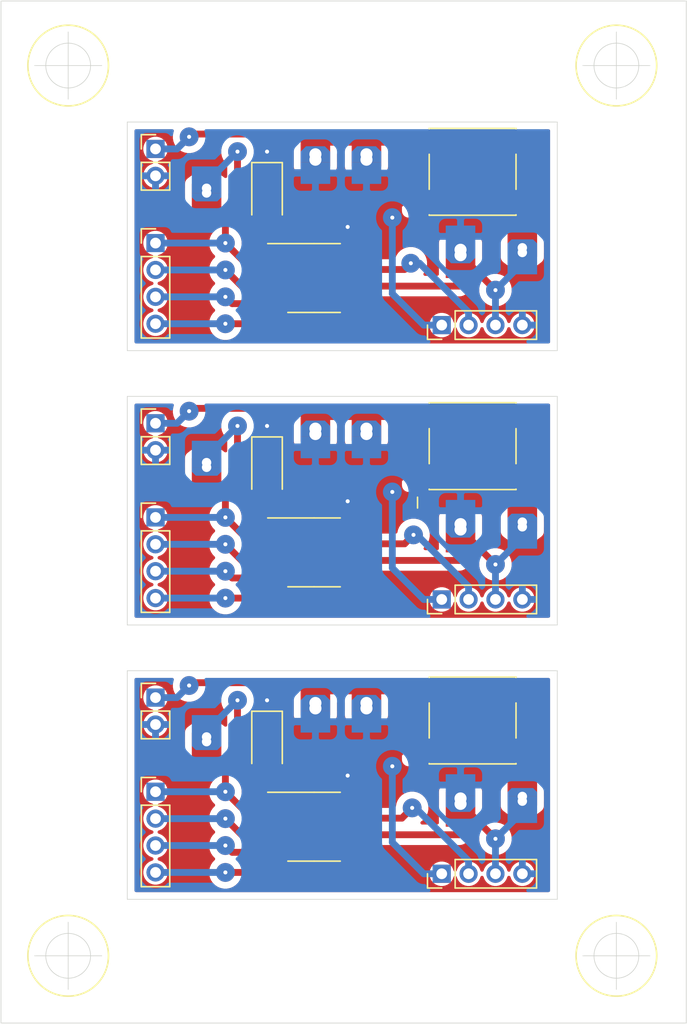
<source format=kicad_pcb>
(kicad_pcb (version 20171130) (host pcbnew "(5.1.5)-3")
  (layers (0 F.Cu signal hide) (31 B.Cu signal hide) (34 B.Paste user hide) (35 F.Paste user hide) (36 B.SilkS user hide) (37 F.SilkS user hide) (38 B.Mask user) (39 F.Mask user) (44 Edge.Cuts user))
  (net 0 "")
  (net 1 RST)
  (net 2 GND)
  (net 3 "Net-(C2-Pad1)")
  (net 4 VCC)
  (net 5 "Net-(J3-Pad4)")
  (net 6 "Net-(J3-Pad3)")
  (net 7 "Net-(J3-Pad2)")
  (net 8 "Net-(J3-Pad1)")
  (net 9 TST)
  (net 10 "Net-(D1-Pad2)")
  (module thSMD:0603_1L (layer F.Cu) (at 128.8 57.525 180)
    (fp_text reference R1)
    (fp_text value 47k)
    (fp_poly (pts (xy 1.1 -0.5) (xy 1.1 -0.2) (xy -1.1 -0.2) (xy -1.1 -0.5) (xy -0.7 -0.8) (xy 0.7 -0.8)) (layer F.Cu) (width 0))
    (fp_poly (pts (xy 1.1 0.5) (xy 0.8 0.8) (xy -0.8 0.8) (xy -1.1 0.5) (xy -1.1 0.2) (xy 1.1 0.2)) (layer B.Cu) (width 0))
    (pad 1 thru_hole circle (at 0 -0.175 180) (size 0.71 0.71) (drill 0.7) (layers *.Cu) (net 4 VCC) (clearance 0.01))
    (pad 1 thru_hole circle (at 0 0.175 180) (size 0.71 0.71) (drill 0.7) (layers *.Cu) (net 4 VCC) (clearance 0.01))
    (pad 2 smd rect (at 0 -0.8 180) (size 2.2 2) (layers B.Cu B.Mask) (net 1 RST))
    (pad 1 smd rect (at 0 0.8 180) (size 2.2 2) (layers F.Cu F.Mask) (net 4 VCC))
  )
  (module thSMD:0603_2L (layer F.Cu) (at 117.2 91.4 180)
    (fp_text reference C2)
    (fp_text value 10uf)
    (fp_poly (pts (xy 1.1 -0.4) (xy 1.1 0.4) (xy 0.7 0.8) (xy -0.7 0.8) (xy -1.1 0.4) (xy -1.1 -0.4)) (layer B.Cu) (width 0))
    (fp_poly (pts (xy 1.1 -0.7) (xy 1.1 0.3) (xy -1.1 0.3) (xy -1.1 -0.7) (xy -0.6 -1.1) (xy 0.6 -1.1)) (layer F.Cu) (width 0))
    (pad 2 smd rect (at 0 -1.2 180) (size 2.2 1.6) (layers B.Cu B.Mask) (net 2 GND) (clearance 0.2))
    (pad 1 smd rect (at 0 1.1 180) (size 2.2 1.6) (layers F.Cu F.Mask) (net 3 "Net-(C2-Pad1)") (clearance 0.2))
    (pad 1 thru_hole circle (at 0 0.2 180) (size 0.91 0.91) (drill 0.9) (layers *.Cu) (net 3 "Net-(C2-Pad1)") (clearance 0.01))
    (pad 1 thru_hole circle (at 0 -0.2 180) (size 0.91 0.91) (drill 0.9) (layers *.Cu) (net 3 "Net-(C2-Pad1)") (clearance 0.01))
  )
  (module Button_Switch_SMD:SW_Push_1P1T_NO_6x6mm_H9.5mm (layer F.Cu) (at 125.1 72.1)
    (fp_text reference SW1)
    (fp_text value SW_Push)
    (pad 2 smd rect (at 3.975 2.25) (size 1.55 1.3) (layers F.Cu F.Paste F.Mask) (net 4 VCC))
    (pad 1 smd rect (at 3.975 -2.25) (size 1.55 1.3) (layers F.Cu F.Paste F.Mask) (net 3 "Net-(C2-Pad1)"))
    (pad 1 smd rect (at -3.975 -2.25) (size 1.55 1.3) (layers F.Cu F.Paste F.Mask) (net 3 "Net-(C2-Pad1)"))
    (pad 2 smd rect (at -3.975 2.25) (size 1.55 1.3) (layers F.Cu F.Paste F.Mask) (net 4 VCC))
  )
  (module thSMD:0603_1L (layer F.Cu) (at 128.8 77.925 180)
    (fp_text reference R1)
    (fp_text value 47k)
    (fp_poly (pts (xy 1.1 0.5) (xy 0.8 0.8) (xy -0.8 0.8) (xy -1.1 0.5) (xy -1.1 0.2) (xy 1.1 0.2)) (layer B.Cu) (width 0))
    (fp_poly (pts (xy 1.1 -0.5) (xy 1.1 -0.2) (xy -1.1 -0.2) (xy -1.1 -0.5) (xy -0.7 -0.8) (xy 0.7 -0.8)) (layer F.Cu) (width 0))
    (pad 1 smd rect (at 0 0.8 180) (size 2.2 2) (layers F.Cu F.Mask) (net 4 VCC))
    (pad 2 smd rect (at 0 -0.8 180) (size 2.2 2) (layers B.Cu B.Mask) (net 1 RST))
    (pad 1 thru_hole circle (at 0 0.175 180) (size 0.71 0.71) (drill 0.7) (layers *.Cu) (net 4 VCC) (clearance 0.01))
    (pad 1 thru_hole circle (at 0 -0.175 180) (size 0.71 0.71) (drill 0.7) (layers *.Cu) (net 4 VCC) (clearance 0.01))
  )
  (module thSMD:0603_2L (layer F.Cu) (at 113.4 71 180)
    (fp_text reference C3)
    (fp_text value 100nf)
    (fp_poly (pts (xy 1.1 -0.7) (xy 1.1 0.3) (xy -1.1 0.3) (xy -1.1 -0.7) (xy -0.6 -1.1) (xy 0.6 -1.1)) (layer F.Cu) (width 0))
    (fp_poly (pts (xy 1.1 -0.4) (xy 1.1 0.4) (xy 0.7 0.8) (xy -0.7 0.8) (xy -1.1 0.4) (xy -1.1 -0.4)) (layer B.Cu) (width 0))
    (pad 1 thru_hole circle (at 0 -0.2 180) (size 0.91 0.91) (drill 0.9) (layers *.Cu) (net 3 "Net-(C2-Pad1)") (clearance 0.01))
    (pad 1 thru_hole circle (at 0 0.2 180) (size 0.91 0.91) (drill 0.9) (layers *.Cu) (net 3 "Net-(C2-Pad1)") (clearance 0.01))
    (pad 1 smd rect (at 0 1.1 180) (size 2.2 1.6) (layers F.Cu F.Mask) (net 3 "Net-(C2-Pad1)") (clearance 0.2))
    (pad 2 smd rect (at 0 -1.2 180) (size 2.2 1.6) (layers B.Cu B.Mask) (net 2 GND) (clearance 0.2))
  )
  (module thSMD:PinHeader_1x02_P2.00mm_Vertical (layer F.Cu) (at 101.5 90.8)
    (fp_text reference J1)
    (fp_text value Power)
    (pad 1 thru_hole rect (at 0 0) (size 1.35 1.35) (drill 0.8) (layers *.Mask B.Cu) (net 3 "Net-(C2-Pad1)"))
    (pad 2 thru_hole oval (at 0 2) (size 1.35 1.35) (drill 0.8) (layers *.Mask B.Cu) (net 2 GND))
  )
  (module thSMD:0603_1L (layer F.Cu) (at 128.8 98.325 180)
    (fp_text reference R1)
    (fp_text value 47k)
    (fp_poly (pts (xy 1.1 -0.5) (xy 1.1 -0.2) (xy -1.1 -0.2) (xy -1.1 -0.5) (xy -0.7 -0.8) (xy 0.7 -0.8)) (layer F.Cu) (width 0))
    (fp_poly (pts (xy 1.1 0.5) (xy 0.8 0.8) (xy -0.8 0.8) (xy -1.1 0.5) (xy -1.1 0.2) (xy 1.1 0.2)) (layer B.Cu) (width 0))
    (pad 1 thru_hole circle (at 0 -0.175 180) (size 0.71 0.71) (drill 0.7) (layers *.Cu) (net 4 VCC) (clearance 0.01))
    (pad 1 thru_hole circle (at 0 0.175 180) (size 0.71 0.71) (drill 0.7) (layers *.Cu) (net 4 VCC) (clearance 0.01))
    (pad 2 smd rect (at 0 -0.8 180) (size 2.2 2) (layers B.Cu B.Mask) (net 1 RST))
    (pad 1 smd rect (at 0 0.8 180) (size 2.2 2) (layers F.Cu F.Mask) (net 4 VCC))
  )
  (module thSMD:PinHeader_1x04_P2.00mm_Vertical_BCu (layer F.Cu) (at 122.8 83.5 90)
    (fp_text reference J2)
    (fp_text value Programmer)
    (pad 1 thru_hole rect (at 0 0 90) (size 1.35 1.35) (drill 0.8) (layers *.Mask B.Cu) (net 4 VCC))
    (pad 2 thru_hole oval (at 0 2 90) (size 1.35 1.35) (drill 0.8) (layers *.Mask B.Cu) (net 9 TST))
    (pad 3 thru_hole oval (at 0 4 90) (size 1.35 1.35) (drill 0.8) (layers *.Mask B.Cu) (net 1 RST))
    (pad 4 thru_hole oval (at 0 6 90) (size 1.35 1.35) (drill 0.8) (layers *.Mask B.Cu) (net 2 GND))
  )
  (module thSMD:PinHeader_1x02_P2.00mm_Vertical (layer F.Cu) (at 101.5 70.4)
    (fp_text reference J1)
    (fp_text value Power)
    (pad 2 thru_hole oval (at 0 2) (size 1.35 1.35) (drill 0.8) (layers *.Mask B.Cu) (net 2 GND))
    (pad 1 thru_hole rect (at 0 0) (size 1.35 1.35) (drill 0.8) (layers *.Mask B.Cu) (net 3 "Net-(C2-Pad1)"))
  )
  (module thSMD:0603_2L (layer F.Cu) (at 124.2 98.5)
    (fp_text reference C1)
    (fp_text value 2.2nf)
    (fp_poly (pts (xy 1.1 -0.4) (xy 1.1 0.4) (xy 0.7 0.8) (xy -0.7 0.8) (xy -1.1 0.4) (xy -1.1 -0.4)) (layer B.Cu) (width 0))
    (fp_poly (pts (xy 1.1 -0.7) (xy 1.1 0.3) (xy -1.1 0.3) (xy -1.1 -0.7) (xy -0.6 -1.1) (xy 0.6 -1.1)) (layer F.Cu) (width 0))
    (pad 2 smd rect (at 0 -1.2) (size 2.2 1.6) (layers B.Cu B.Mask) (net 2 GND) (clearance 0.2))
    (pad 1 smd rect (at 0 1.1) (size 2.2 1.6) (layers F.Cu F.Mask) (net 1 RST) (clearance 0.2))
    (pad 1 thru_hole circle (at 0 0.2) (size 0.91 0.91) (drill 0.9) (layers *.Cu) (net 1 RST) (clearance 0.01))
    (pad 1 thru_hole circle (at 0 -0.2) (size 0.91 0.91) (drill 0.9) (layers *.Cu) (net 1 RST) (clearance 0.01))
  )
  (module LED_SMD:LED_1206_3216Metric (layer F.Cu) (at 109.8 53.3 270)
    (fp_text reference D1)
    (fp_text value LED)
    (pad 1 smd roundrect (at -1.4 0 270) (size 1.25 1.75) (layers F.Cu F.Paste F.Mask) (roundrect_rratio 0.2) (net 2 GND))
    (pad 2 smd roundrect (at 1.4 0 270) (size 1.25 1.75) (layers F.Cu F.Paste F.Mask) (roundrect_rratio 0.2) (net 10 "Net-(D1-Pad2)"))
  )
  (module Package_SO:SOIC-8_3.9x4.9mm_P1.27mm (layer F.Cu) (at 113.3 80)
    (fp_text reference U1)
    (fp_text value MSP430G2230ID)
    (pad 8 smd roundrect (at 2.475 -1.905) (size 1.95 0.6) (layers F.Cu F.Paste F.Mask) (net 2 GND))
    (pad 7 smd roundrect (at 2.475 -0.635) (size 1.95 0.6) (layers F.Cu F.Paste F.Mask) (net 9 TST))
    (pad 6 smd roundrect (at 2.475 0.635) (size 1.95 0.6) (layers F.Cu F.Paste F.Mask) (net 1 RST))
    (pad 5 smd roundrect (at 2.475 1.905) (size 1.95 0.6) (layers F.Cu F.Paste F.Mask) (net 5 "Net-(J3-Pad4)"))
    (pad 4 smd roundrect (at -2.475 1.905) (size 1.95 0.6) (layers F.Cu F.Paste F.Mask) (net 6 "Net-(J3-Pad3)"))
    (pad 3 smd roundrect (at -2.475 0.635) (size 1.95 0.6) (layers F.Cu F.Paste F.Mask) (net 7 "Net-(J3-Pad2)"))
    (pad 2 smd roundrect (at -2.475 -0.635) (size 1.95 0.6) (layers F.Cu F.Paste F.Mask) (net 8 "Net-(J3-Pad1)"))
    (pad 1 smd roundrect (at -2.475 -1.905) (size 1.95 0.6) (layers F.Cu F.Paste F.Mask) (net 4 VCC))
  )
  (module thSMD:0603_2L (layer F.Cu) (at 113.4 91.4 180)
    (fp_text reference C3)
    (fp_text value 100nf)
    (fp_poly (pts (xy 1.1 -0.4) (xy 1.1 0.4) (xy 0.7 0.8) (xy -0.7 0.8) (xy -1.1 0.4) (xy -1.1 -0.4)) (layer B.Cu) (width 0))
    (fp_poly (pts (xy 1.1 -0.7) (xy 1.1 0.3) (xy -1.1 0.3) (xy -1.1 -0.7) (xy -0.6 -1.1) (xy 0.6 -1.1)) (layer F.Cu) (width 0))
    (pad 2 smd rect (at 0 -1.2 180) (size 2.2 1.6) (layers B.Cu B.Mask) (net 2 GND) (clearance 0.2))
    (pad 1 smd rect (at 0 1.1 180) (size 2.2 1.6) (layers F.Cu F.Mask) (net 3 "Net-(C2-Pad1)") (clearance 0.2))
    (pad 1 thru_hole circle (at 0 0.2 180) (size 0.91 0.91) (drill 0.9) (layers *.Cu) (net 3 "Net-(C2-Pad1)") (clearance 0.01))
    (pad 1 thru_hole circle (at 0 -0.2 180) (size 0.91 0.91) (drill 0.9) (layers *.Cu) (net 3 "Net-(C2-Pad1)") (clearance 0.01))
  )
  (module thSMD:PinHeader_1x04_P2.00mm_Vertical_BCu (layer F.Cu) (at 122.8 103.9 90)
    (fp_text reference J2)
    (fp_text value Programmer)
    (pad 4 thru_hole oval (at 0 6 90) (size 1.35 1.35) (drill 0.8) (layers *.Mask B.Cu) (net 2 GND))
    (pad 3 thru_hole oval (at 0 4 90) (size 1.35 1.35) (drill 0.8) (layers *.Mask B.Cu) (net 1 RST))
    (pad 2 thru_hole oval (at 0 2 90) (size 1.35 1.35) (drill 0.8) (layers *.Mask B.Cu) (net 9 TST))
    (pad 1 thru_hole rect (at 0 0 90) (size 1.35 1.35) (drill 0.8) (layers *.Mask B.Cu) (net 4 VCC))
  )
  (module Package_SO:SOIC-8_3.9x4.9mm_P1.27mm (layer F.Cu) (at 113.3 100.4)
    (fp_text reference U1)
    (fp_text value MSP430G2230ID)
    (pad 1 smd roundrect (at -2.475 -1.905) (size 1.95 0.6) (layers F.Cu F.Paste F.Mask) (net 4 VCC))
    (pad 2 smd roundrect (at -2.475 -0.635) (size 1.95 0.6) (layers F.Cu F.Paste F.Mask) (net 8 "Net-(J3-Pad1)"))
    (pad 3 smd roundrect (at -2.475 0.635) (size 1.95 0.6) (layers F.Cu F.Paste F.Mask) (net 7 "Net-(J3-Pad2)"))
    (pad 4 smd roundrect (at -2.475 1.905) (size 1.95 0.6) (layers F.Cu F.Paste F.Mask) (net 6 "Net-(J3-Pad3)"))
    (pad 5 smd roundrect (at 2.475 1.905) (size 1.95 0.6) (layers F.Cu F.Paste F.Mask) (net 5 "Net-(J3-Pad4)"))
    (pad 6 smd roundrect (at 2.475 0.635) (size 1.95 0.6) (layers F.Cu F.Paste F.Mask) (net 1 RST))
    (pad 7 smd roundrect (at 2.475 -0.635) (size 1.95 0.6) (layers F.Cu F.Paste F.Mask) (net 9 TST))
    (pad 8 smd roundrect (at 2.475 -1.905) (size 1.95 0.6) (layers F.Cu F.Paste F.Mask) (net 2 GND))
  )
  (module thSMD:PinHeader_1x04_P2.00mm_Vertical_BCu (layer F.Cu) (at 101.5 97.8)
    (fp_text reference J3)
    (fp_text value GPIO)
    (pad 1 thru_hole rect (at 0 0) (size 1.35 1.35) (drill 0.8) (layers *.Mask B.Cu) (net 8 "Net-(J3-Pad1)"))
    (pad 2 thru_hole oval (at 0 2) (size 1.35 1.35) (drill 0.8) (layers *.Mask B.Cu) (net 7 "Net-(J3-Pad2)"))
    (pad 3 thru_hole oval (at 0 4) (size 1.35 1.35) (drill 0.8) (layers *.Mask B.Cu) (net 6 "Net-(J3-Pad3)"))
    (pad 4 thru_hole oval (at 0 6) (size 1.35 1.35) (drill 0.8) (layers *.Mask B.Cu) (net 5 "Net-(J3-Pad4)"))
  )
  (module LED_SMD:LED_1206_3216Metric (layer F.Cu) (at 109.8 94.1 270)
    (fp_text reference D1)
    (fp_text value LED)
    (pad 1 smd roundrect (at -1.4 0 270) (size 1.25 1.75) (layers F.Cu F.Paste F.Mask) (roundrect_rratio 0.2) (net 2 GND))
    (pad 2 smd roundrect (at 1.4 0 270) (size 1.25 1.75) (layers F.Cu F.Paste F.Mask) (roundrect_rratio 0.2) (net 10 "Net-(D1-Pad2)"))
  )
  (module thSMD:0603_1L (layer F.Cu) (at 105.3 53.1)
    (fp_text reference R2)
    (fp_text value 220)
    (fp_poly (pts (xy 1.1 0.5) (xy 0.8 0.8) (xy -0.8 0.8) (xy -1.1 0.5) (xy -1.1 0.2) (xy 1.1 0.2)) (layer B.Cu) (width 0))
    (fp_poly (pts (xy 1.1 -0.5) (xy 1.1 -0.2) (xy -1.1 -0.2) (xy -1.1 -0.5) (xy -0.7 -0.8) (xy 0.7 -0.8)) (layer F.Cu) (width 0))
    (pad 1 smd rect (at 0 0.8) (size 2.2 2) (layers F.Cu F.Mask) (net 8 "Net-(J3-Pad1)"))
    (pad 2 smd rect (at 0 -0.8) (size 2.2 2) (layers B.Cu B.Mask) (net 10 "Net-(D1-Pad2)"))
    (pad 1 thru_hole circle (at 0 0.175) (size 0.71 0.71) (drill 0.7) (layers *.Cu) (net 8 "Net-(J3-Pad1)") (clearance 0.01))
    (pad 1 thru_hole circle (at 0 -0.175) (size 0.71 0.71) (drill 0.7) (layers *.Cu) (net 8 "Net-(J3-Pad1)") (clearance 0.01))
  )
  (module thSMD:0603_1L (layer F.Cu) (at 105.3 93.9)
    (fp_text reference R2)
    (fp_text value 220)
    (fp_poly (pts (xy 1.1 0.5) (xy 0.8 0.8) (xy -0.8 0.8) (xy -1.1 0.5) (xy -1.1 0.2) (xy 1.1 0.2)) (layer B.Cu) (width 0))
    (fp_poly (pts (xy 1.1 -0.5) (xy 1.1 -0.2) (xy -1.1 -0.2) (xy -1.1 -0.5) (xy -0.7 -0.8) (xy 0.7 -0.8)) (layer F.Cu) (width 0))
    (pad 1 smd rect (at 0 0.8) (size 2.2 2) (layers F.Cu F.Mask) (net 8 "Net-(J3-Pad1)"))
    (pad 2 smd rect (at 0 -0.8) (size 2.2 2) (layers B.Cu B.Mask) (net 10 "Net-(D1-Pad2)"))
    (pad 1 thru_hole circle (at 0 0.175) (size 0.71 0.71) (drill 0.7) (layers *.Cu) (net 8 "Net-(J3-Pad1)") (clearance 0.01))
    (pad 1 thru_hole circle (at 0 -0.175) (size 0.71 0.71) (drill 0.7) (layers *.Cu) (net 8 "Net-(J3-Pad1)") (clearance 0.01))
  )
  (module Package_SO:SOIC-8_3.9x4.9mm_P1.27mm (layer F.Cu) (at 113.3 59.6)
    (fp_text reference U1)
    (fp_text value MSP430G2230ID)
    (pad 1 smd roundrect (at -2.475 -1.905) (size 1.95 0.6) (layers F.Cu F.Paste F.Mask) (net 4 VCC))
    (pad 2 smd roundrect (at -2.475 -0.635) (size 1.95 0.6) (layers F.Cu F.Paste F.Mask) (net 8 "Net-(J3-Pad1)"))
    (pad 3 smd roundrect (at -2.475 0.635) (size 1.95 0.6) (layers F.Cu F.Paste F.Mask) (net 7 "Net-(J3-Pad2)"))
    (pad 4 smd roundrect (at -2.475 1.905) (size 1.95 0.6) (layers F.Cu F.Paste F.Mask) (net 6 "Net-(J3-Pad3)"))
    (pad 5 smd roundrect (at 2.475 1.905) (size 1.95 0.6) (layers F.Cu F.Paste F.Mask) (net 5 "Net-(J3-Pad4)"))
    (pad 6 smd roundrect (at 2.475 0.635) (size 1.95 0.6) (layers F.Cu F.Paste F.Mask) (net 1 RST))
    (pad 7 smd roundrect (at 2.475 -0.635) (size 1.95 0.6) (layers F.Cu F.Paste F.Mask) (net 9 TST))
    (pad 8 smd roundrect (at 2.475 -1.905) (size 1.95 0.6) (layers F.Cu F.Paste F.Mask) (net 2 GND))
  )
  (module thSMD:0603_2L (layer F.Cu) (at 117.2 50.6 180)
    (fp_text reference C2)
    (fp_text value 10uf)
    (fp_poly (pts (xy 1.1 -0.4) (xy 1.1 0.4) (xy 0.7 0.8) (xy -0.7 0.8) (xy -1.1 0.4) (xy -1.1 -0.4)) (layer B.Cu) (width 0))
    (fp_poly (pts (xy 1.1 -0.7) (xy 1.1 0.3) (xy -1.1 0.3) (xy -1.1 -0.7) (xy -0.6 -1.1) (xy 0.6 -1.1)) (layer F.Cu) (width 0))
    (pad 2 smd rect (at 0 -1.2 180) (size 2.2 1.6) (layers B.Cu B.Mask) (net 2 GND) (clearance 0.2))
    (pad 1 smd rect (at 0 1.1 180) (size 2.2 1.6) (layers F.Cu F.Mask) (net 3 "Net-(C2-Pad1)") (clearance 0.2))
    (pad 1 thru_hole circle (at 0 0.2 180) (size 0.91 0.91) (drill 0.9) (layers *.Cu) (net 3 "Net-(C2-Pad1)") (clearance 0.01))
    (pad 1 thru_hole circle (at 0 -0.2 180) (size 0.91 0.91) (drill 0.9) (layers *.Cu) (net 3 "Net-(C2-Pad1)") (clearance 0.01))
  )
  (module Button_Switch_SMD:SW_Push_1P1T_NO_6x6mm_H9.5mm (layer F.Cu) (at 125.1 92.5)
    (fp_text reference SW1)
    (fp_text value SW_Push)
    (pad 2 smd rect (at -3.975 2.25) (size 1.55 1.3) (layers F.Cu F.Paste F.Mask) (net 4 VCC))
    (pad 1 smd rect (at -3.975 -2.25) (size 1.55 1.3) (layers F.Cu F.Paste F.Mask) (net 3 "Net-(C2-Pad1)"))
    (pad 1 smd rect (at 3.975 -2.25) (size 1.55 1.3) (layers F.Cu F.Paste F.Mask) (net 3 "Net-(C2-Pad1)"))
    (pad 2 smd rect (at 3.975 2.25) (size 1.55 1.3) (layers F.Cu F.Paste F.Mask) (net 4 VCC))
  )
  (module thSMD:PinHeader_1x02_P2.00mm_Vertical (layer F.Cu) (at 101.5 50)
    (fp_text reference J1)
    (fp_text value Power)
    (pad 1 thru_hole rect (at 0 0) (size 1.35 1.35) (drill 0.8) (layers *.Mask B.Cu) (net 3 "Net-(C2-Pad1)"))
    (pad 2 thru_hole oval (at 0 2) (size 1.35 1.35) (drill 0.8) (layers *.Mask B.Cu) (net 2 GND))
  )
  (module thSMD:PinHeader_1x04_P2.00mm_Vertical_BCu (layer F.Cu) (at 122.8 63.1 90)
    (fp_text reference J2)
    (fp_text value Programmer)
    (pad 4 thru_hole oval (at 0 6 90) (size 1.35 1.35) (drill 0.8) (layers *.Mask B.Cu) (net 2 GND))
    (pad 3 thru_hole oval (at 0 4 90) (size 1.35 1.35) (drill 0.8) (layers *.Mask B.Cu) (net 1 RST))
    (pad 2 thru_hole oval (at 0 2 90) (size 1.35 1.35) (drill 0.8) (layers *.Mask B.Cu) (net 9 TST))
    (pad 1 thru_hole rect (at 0 0 90) (size 1.35 1.35) (drill 0.8) (layers *.Mask B.Cu) (net 4 VCC))
  )
  (module thSMD:0603_2L (layer F.Cu) (at 124.2 57.7)
    (fp_text reference C1)
    (fp_text value 2.2nf)
    (fp_poly (pts (xy 1.1 -0.4) (xy 1.1 0.4) (xy 0.7 0.8) (xy -0.7 0.8) (xy -1.1 0.4) (xy -1.1 -0.4)) (layer B.Cu) (width 0))
    (fp_poly (pts (xy 1.1 -0.7) (xy 1.1 0.3) (xy -1.1 0.3) (xy -1.1 -0.7) (xy -0.6 -1.1) (xy 0.6 -1.1)) (layer F.Cu) (width 0))
    (pad 2 smd rect (at 0 -1.2) (size 2.2 1.6) (layers B.Cu B.Mask) (net 2 GND) (clearance 0.2))
    (pad 1 smd rect (at 0 1.1) (size 2.2 1.6) (layers F.Cu F.Mask) (net 1 RST) (clearance 0.2))
    (pad 1 thru_hole circle (at 0 0.2) (size 0.91 0.91) (drill 0.9) (layers *.Cu) (net 1 RST) (clearance 0.01))
    (pad 1 thru_hole circle (at 0 -0.2) (size 0.91 0.91) (drill 0.9) (layers *.Cu) (net 1 RST) (clearance 0.01))
  )
  (module thSMD:PinHeader_1x04_P2.00mm_Vertical_BCu (layer F.Cu) (at 101.5 57)
    (fp_text reference J3)
    (fp_text value GPIO)
    (pad 1 thru_hole rect (at 0 0) (size 1.35 1.35) (drill 0.8) (layers *.Mask B.Cu) (net 8 "Net-(J3-Pad1)"))
    (pad 2 thru_hole oval (at 0 2) (size 1.35 1.35) (drill 0.8) (layers *.Mask B.Cu) (net 7 "Net-(J3-Pad2)"))
    (pad 3 thru_hole oval (at 0 4) (size 1.35 1.35) (drill 0.8) (layers *.Mask B.Cu) (net 6 "Net-(J3-Pad3)"))
    (pad 4 thru_hole oval (at 0 6) (size 1.35 1.35) (drill 0.8) (layers *.Mask B.Cu) (net 5 "Net-(J3-Pad4)"))
  )
  (module thSMD:0603_2L (layer F.Cu) (at 113.4 50.6 180)
    (fp_text reference C3)
    (fp_text value 100nf)
    (fp_poly (pts (xy 1.1 -0.4) (xy 1.1 0.4) (xy 0.7 0.8) (xy -0.7 0.8) (xy -1.1 0.4) (xy -1.1 -0.4)) (layer B.Cu) (width 0))
    (fp_poly (pts (xy 1.1 -0.7) (xy 1.1 0.3) (xy -1.1 0.3) (xy -1.1 -0.7) (xy -0.6 -1.1) (xy 0.6 -1.1)) (layer F.Cu) (width 0))
    (pad 2 smd rect (at 0 -1.2 180) (size 2.2 1.6) (layers B.Cu B.Mask) (net 2 GND) (clearance 0.2))
    (pad 1 smd rect (at 0 1.1 180) (size 2.2 1.6) (layers F.Cu F.Mask) (net 3 "Net-(C2-Pad1)") (clearance 0.2))
    (pad 1 thru_hole circle (at 0 0.2 180) (size 0.91 0.91) (drill 0.9) (layers *.Cu) (net 3 "Net-(C2-Pad1)") (clearance 0.01))
    (pad 1 thru_hole circle (at 0 -0.2 180) (size 0.91 0.91) (drill 0.9) (layers *.Cu) (net 3 "Net-(C2-Pad1)") (clearance 0.01))
  )
  (module Button_Switch_SMD:SW_Push_1P1T_NO_6x6mm_H9.5mm (layer F.Cu) (at 125.1 51.7)
    (fp_text reference SW1)
    (fp_text value SW_Push)
    (pad 2 smd rect (at -3.975 2.25) (size 1.55 1.3) (layers F.Cu F.Paste F.Mask) (net 4 VCC))
    (pad 1 smd rect (at -3.975 -2.25) (size 1.55 1.3) (layers F.Cu F.Paste F.Mask) (net 3 "Net-(C2-Pad1)"))
    (pad 1 smd rect (at 3.975 -2.25) (size 1.55 1.3) (layers F.Cu F.Paste F.Mask) (net 3 "Net-(C2-Pad1)"))
    (pad 2 smd rect (at 3.975 2.25) (size 1.55 1.3) (layers F.Cu F.Paste F.Mask) (net 4 VCC))
  )
  (module thSMD:PinHeader_1x04_P2.00mm_Vertical_BCu (layer F.Cu) (at 101.5 77.4)
    (fp_text reference J3)
    (fp_text value GPIO)
    (pad 4 thru_hole oval (at 0 6) (size 1.35 1.35) (drill 0.8) (layers *.Mask B.Cu) (net 5 "Net-(J3-Pad4)"))
    (pad 3 thru_hole oval (at 0 4) (size 1.35 1.35) (drill 0.8) (layers *.Mask B.Cu) (net 6 "Net-(J3-Pad3)"))
    (pad 2 thru_hole oval (at 0 2) (size 1.35 1.35) (drill 0.8) (layers *.Mask B.Cu) (net 7 "Net-(J3-Pad2)"))
    (pad 1 thru_hole rect (at 0 0) (size 1.35 1.35) (drill 0.8) (layers *.Mask B.Cu) (net 8 "Net-(J3-Pad1)"))
  )
  (module thSMD:0603_2L (layer F.Cu) (at 117.2 71 180)
    (fp_text reference C2)
    (fp_text value 10uf)
    (fp_poly (pts (xy 1.1 -0.7) (xy 1.1 0.3) (xy -1.1 0.3) (xy -1.1 -0.7) (xy -0.6 -1.1) (xy 0.6 -1.1)) (layer F.Cu) (width 0))
    (fp_poly (pts (xy 1.1 -0.4) (xy 1.1 0.4) (xy 0.7 0.8) (xy -0.7 0.8) (xy -1.1 0.4) (xy -1.1 -0.4)) (layer B.Cu) (width 0))
    (pad 1 thru_hole circle (at 0 -0.2 180) (size 0.91 0.91) (drill 0.9) (layers *.Cu) (net 3 "Net-(C2-Pad1)") (clearance 0.01))
    (pad 1 thru_hole circle (at 0 0.2 180) (size 0.91 0.91) (drill 0.9) (layers *.Cu) (net 3 "Net-(C2-Pad1)") (clearance 0.01))
    (pad 1 smd rect (at 0 1.1 180) (size 2.2 1.6) (layers F.Cu F.Mask) (net 3 "Net-(C2-Pad1)") (clearance 0.2))
    (pad 2 smd rect (at 0 -1.2 180) (size 2.2 1.6) (layers B.Cu B.Mask) (net 2 GND) (clearance 0.2))
  )
  (module thSMD:0603_1L (layer F.Cu) (at 105.3 73.5)
    (fp_text reference R2)
    (fp_text value 220)
    (fp_poly (pts (xy 1.1 -0.5) (xy 1.1 -0.2) (xy -1.1 -0.2) (xy -1.1 -0.5) (xy -0.7 -0.8) (xy 0.7 -0.8)) (layer F.Cu) (width 0))
    (fp_poly (pts (xy 1.1 0.5) (xy 0.8 0.8) (xy -0.8 0.8) (xy -1.1 0.5) (xy -1.1 0.2) (xy 1.1 0.2)) (layer B.Cu) (width 0))
    (pad 1 thru_hole circle (at 0 -0.175) (size 0.71 0.71) (drill 0.7) (layers *.Cu) (net 8 "Net-(J3-Pad1)") (clearance 0.01))
    (pad 1 thru_hole circle (at 0 0.175) (size 0.71 0.71) (drill 0.7) (layers *.Cu) (net 8 "Net-(J3-Pad1)") (clearance 0.01))
    (pad 2 smd rect (at 0 -0.8) (size 2.2 2) (layers B.Cu B.Mask) (net 10 "Net-(D1-Pad2)"))
    (pad 1 smd rect (at 0 0.8) (size 2.2 2) (layers F.Cu F.Mask) (net 8 "Net-(J3-Pad1)"))
  )
  (module LED_SMD:LED_1206_3216Metric (layer F.Cu) (at 109.8 73.7 270)
    (fp_text reference D1)
    (fp_text value LED)
    (pad 2 smd roundrect (at 1.4 0 270) (size 1.25 1.75) (layers F.Cu F.Paste F.Mask) (roundrect_rratio 0.2) (net 10 "Net-(D1-Pad2)"))
    (pad 1 smd roundrect (at -1.4 0 270) (size 1.25 1.75) (layers F.Cu F.Paste F.Mask) (roundrect_rratio 0.2) (net 2 GND))
  )
  (module thSMD:0603_2L (layer F.Cu) (at 124.2 78.1)
    (fp_text reference C1)
    (fp_text value 2.2nf)
    (fp_poly (pts (xy 1.1 -0.7) (xy 1.1 0.3) (xy -1.1 0.3) (xy -1.1 -0.7) (xy -0.6 -1.1) (xy 0.6 -1.1)) (layer F.Cu) (width 0))
    (fp_poly (pts (xy 1.1 -0.4) (xy 1.1 0.4) (xy 0.7 0.8) (xy -0.7 0.8) (xy -1.1 0.4) (xy -1.1 -0.4)) (layer B.Cu) (width 0))
    (pad 1 thru_hole circle (at 0 -0.2) (size 0.91 0.91) (drill 0.9) (layers *.Cu) (net 1 RST) (clearance 0.01))
    (pad 1 thru_hole circle (at 0 0.2) (size 0.91 0.91) (drill 0.9) (layers *.Cu) (net 1 RST) (clearance 0.01))
    (pad 1 smd rect (at 0 1.1) (size 2.2 1.6) (layers F.Cu F.Mask) (net 1 RST) (clearance 0.2))
    (pad 2 smd rect (at 0 -1.2) (size 2.2 1.6) (layers B.Cu B.Mask) (net 2 GND) (clearance 0.2))
  )
  (gr_line (start 131.4 65) (end 99.4 65) (layer Edge.Cuts) (width 0.05))
  (gr_line (start 99.4 68.4) (end 131.4 68.4) (layer Edge.Cuts) (width 0.05))
  (gr_line (start 99.4 65) (end 99.4 48) (layer Edge.Cuts) (width 0.05))
  (gr_line (start 131.4 88.8) (end 131.4 105.8) (layer Edge.Cuts) (width 0.05))
  (gr_line (start 99.4 88.8) (end 131.4 88.8) (layer Edge.Cuts) (width 0.05))
  (gr_line (start 99.4 48) (end 131.4 48) (layer Edge.Cuts) (width 0.05))
  (gr_line (start 131.4 68.4) (end 131.4 85.4) (layer Edge.Cuts) (width 0.05))
  (gr_line (start 131.4 85.4) (end 99.4 85.4) (layer Edge.Cuts) (width 0.05))
  (gr_line (start 131.4 48) (end 131.4 65) (layer Edge.Cuts) (width 0.05))
  (gr_line (start 131.4 105.8) (end 99.4 105.8) (layer Edge.Cuts) (width 0.05))
  (gr_line (start 99.4 105.8) (end 99.4 88.8) (layer Edge.Cuts) (width 0.05))
  (gr_line (start 99.4 85.4) (end 99.4 68.4) (layer Edge.Cuts) (width 0.05))
  (gr_line (start 121 76.7) (end 121 75.9) (layer F.SilkS) (width 0.12))
  (target plus (at 95 110) (size 5) (width 0.05) (layer Edge.Cuts))
  (target plus (at 135.8 110) (size 5) (width 0.05) (layer Edge.Cuts))
  (target plus (at 135.8 43.8) (size 5) (width 0.05) (layer Edge.Cuts))
  (target plus (at 95 43.8) (size 5) (width 0.05) (layer Edge.Cuts))
  (gr_line (start 141 115) (end 90 115) (layer Edge.Cuts) (width 0.05))
  (gr_line (start 141 39) (end 141 115) (layer Edge.Cuts) (width 0.05))
  (gr_line (start 90 39) (end 141 39) (layer Edge.Cuts) (width 0.05))
  (gr_line (start 90 115) (end 90 39) (layer Edge.Cuts) (width 0.05))
  (gr_circle (center 95 110) (end 98 110) (layer F.SilkS) (width 0.12))
  (gr_circle (center 135.8 110) (end 138.8 110) (layer F.SilkS) (width 0.12))
  (gr_circle (center 135.8 43.8) (end 138.8 43.8) (layer F.SilkS) (width 0.12))
  (gr_circle (center 95 43.8) (end 98 43.8) (layer F.SilkS) (width 0.12))
  (segment (start 128.736999 78.963001) (end 128.8 78.963001) (width 0.508) (layer B.Cu) (net 1))
  (segment (start 126.8 80.9) (end 128.736999 78.963001) (width 0.508) (layer B.Cu) (net 1))
  (segment (start 126.8 80.9) (end 126.8 83.5) (width 0.508) (layer B.Cu) (net 1))
  (via (at 126.8 80.9) (size 1.4) (drill 0.3) (layers F.Cu B.Cu) (net 1))
  (segment (start 124.9 79) (end 126.8 80.9) (width 0.508) (layer F.Cu) (net 1))
  (segment (start 115.81 80.6) (end 124.108 80.6) (width 0.508) (layer F.Cu) (net 1))
  (segment (start 115.775 80.635) (end 115.81 80.6) (width 0.508) (layer F.Cu) (net 1))
  (segment (start 124.2 80.508) (end 124.2 79) (width 0.508) (layer F.Cu) (net 1))
  (segment (start 124.2 79) (end 124.9 79) (width 0.508) (layer F.Cu) (net 1))
  (segment (start 124.108 80.6) (end 124.2 80.508) (width 0.508) (layer F.Cu) (net 1))
  (segment (start 128.736999 58.563001) (end 128.8 58.563001) (width 0.508) (layer B.Cu) (net 1))
  (segment (start 115.775 60.235) (end 115.81 60.2) (width 0.508) (layer F.Cu) (net 1))
  (segment (start 124.9 58.6) (end 126.8 60.5) (width 0.508) (layer F.Cu) (net 1))
  (segment (start 124.2 60.108) (end 124.2 58.6) (width 0.508) (layer F.Cu) (net 1))
  (segment (start 124.2 58.6) (end 124.9 58.6) (width 0.508) (layer F.Cu) (net 1))
  (segment (start 115.81 60.2) (end 124.108 60.2) (width 0.508) (layer F.Cu) (net 1))
  (segment (start 124.108 60.2) (end 124.2 60.108) (width 0.508) (layer F.Cu) (net 1))
  (segment (start 126.8 60.5) (end 128.736999 58.563001) (width 0.508) (layer B.Cu) (net 1))
  (segment (start 126.8 60.5) (end 126.8 63.1) (width 0.508) (layer B.Cu) (net 1))
  (via (at 126.8 60.5) (size 1.4) (drill 0.3) (layers F.Cu B.Cu) (net 1))
  (segment (start 128.736999 99.363001) (end 128.8 99.363001) (width 0.508) (layer B.Cu) (net 1))
  (segment (start 126.8 101.3) (end 128.736999 99.363001) (width 0.508) (layer B.Cu) (net 1))
  (segment (start 126.8 101.3) (end 126.8 103.9) (width 0.508) (layer B.Cu) (net 1))
  (via (at 126.8 101.3) (size 1.4) (drill 0.3) (layers F.Cu B.Cu) (net 1))
  (segment (start 124.9 99.4) (end 126.8 101.3) (width 0.508) (layer F.Cu) (net 1))
  (segment (start 124.2 99.4) (end 124.9 99.4) (width 0.508) (layer F.Cu) (net 1))
  (segment (start 115.775 101.035) (end 115.81 101) (width 0.508) (layer F.Cu) (net 1))
  (segment (start 124.108 101) (end 124.2 100.908) (width 0.508) (layer F.Cu) (net 1))
  (segment (start 115.81 101) (end 124.108 101) (width 0.508) (layer F.Cu) (net 1))
  (segment (start 124.2 100.908) (end 124.2 99.4) (width 0.508) (layer F.Cu) (net 1))
  (segment (start 115.775 78.095) (end 115.775 76.225) (width 0.508) (layer F.Cu) (net 2))
  (segment (start 109.8 70.6) (end 111.363001 72.163001) (width 0.508) (layer B.Cu) (net 2))
  (segment (start 111.363001 72.163001) (end 113.4 72.163001) (width 0.508) (layer B.Cu) (net 2))
  (segment (start 113.4 72.2) (end 117.2 72.2) (width 0.508) (layer B.Cu) (net 2))
  (segment (start 115.775 76.225) (end 115.8 76.2) (width 0.508) (layer F.Cu) (net 2))
  (segment (start 109.8 72.3) (end 109.8 70.6) (width 0.508) (layer F.Cu) (net 2))
  (via (at 115.8 76.2) (size 1.4) (drill 0.3) (layers F.Cu B.Cu) (net 2))
  (via (at 109.8 70.6) (size 1.4) (drill 0.3) (layers F.Cu B.Cu) (net 2))
  (segment (start 113.4 51.8) (end 117.2 51.8) (width 0.508) (layer B.Cu) (net 2))
  (segment (start 115.775 55.825) (end 115.8 55.8) (width 0.508) (layer F.Cu) (net 2))
  (segment (start 109.8 51.9) (end 109.8 50.2) (width 0.508) (layer F.Cu) (net 2))
  (segment (start 115.775 57.695) (end 115.775 55.825) (width 0.508) (layer F.Cu) (net 2))
  (segment (start 109.8 50.2) (end 111.363001 51.763001) (width 0.508) (layer B.Cu) (net 2))
  (segment (start 111.363001 51.763001) (end 113.4 51.763001) (width 0.508) (layer B.Cu) (net 2))
  (via (at 115.8 55.8) (size 1.4) (drill 0.3) (layers F.Cu B.Cu) (net 2))
  (via (at 109.8 50.2) (size 1.4) (drill 0.3) (layers F.Cu B.Cu) (net 2))
  (segment (start 113.4 92.6) (end 117.2 92.6) (width 0.508) (layer B.Cu) (net 2))
  (segment (start 109.8 91) (end 111.363001 92.563001) (width 0.508) (layer B.Cu) (net 2))
  (segment (start 111.363001 92.563001) (end 113.4 92.563001) (width 0.508) (layer B.Cu) (net 2))
  (via (at 115.8 96.6) (size 1.4) (drill 0.3) (layers F.Cu B.Cu) (net 2))
  (via (at 109.8 91) (size 1.4) (drill 0.3) (layers F.Cu B.Cu) (net 2))
  (segment (start 109.8 92.7) (end 109.8 91) (width 0.508) (layer F.Cu) (net 2))
  (segment (start 115.775 96.625) (end 115.8 96.6) (width 0.508) (layer F.Cu) (net 2))
  (segment (start 115.775 98.495) (end 115.775 96.625) (width 0.508) (layer F.Cu) (net 2))
  (segment (start 103.100002 70.4) (end 104.000002 69.5) (width 0.508) (layer B.Cu) (net 3))
  (segment (start 117.2 69.9) (end 121.075 69.9) (width 0.508) (layer F.Cu) (net 3))
  (segment (start 113.4 70.1) (end 112.591998 69.291998) (width 0.508) (layer F.Cu) (net 3))
  (segment (start 101.5 70.4) (end 103.100002 70.4) (width 0.508) (layer B.Cu) (net 3))
  (segment (start 113.4 69.9) (end 117.2 69.9) (width 0.508) (layer F.Cu) (net 3))
  (segment (start 121.075 69.9) (end 121.125 69.85) (width 0.508) (layer F.Cu) (net 3))
  (segment (start 112.591998 69.291998) (end 104.208004 69.291998) (width 0.508) (layer F.Cu) (net 3))
  (segment (start 104.208004 69.291998) (end 104.000002 69.5) (width 0.508) (layer F.Cu) (net 3))
  (via (at 104.000002 69.5) (size 1.4) (drill 0.3) (layers F.Cu B.Cu) (net 3))
  (segment (start 103.100002 50) (end 104.000002 49.1) (width 0.508) (layer B.Cu) (net 3))
  (segment (start 101.5 50) (end 103.100002 50) (width 0.508) (layer B.Cu) (net 3))
  (segment (start 113.4 49.7) (end 112.591998 48.891998) (width 0.508) (layer F.Cu) (net 3))
  (segment (start 104.208004 48.891998) (end 104.000002 49.1) (width 0.508) (layer F.Cu) (net 3))
  (segment (start 113.4 49.5) (end 117.2 49.5) (width 0.508) (layer F.Cu) (net 3))
  (segment (start 121.075 49.5) (end 121.125 49.45) (width 0.508) (layer F.Cu) (net 3))
  (segment (start 112.591998 48.891998) (end 104.208004 48.891998) (width 0.508) (layer F.Cu) (net 3))
  (segment (start 117.2 49.5) (end 121.075 49.5) (width 0.508) (layer F.Cu) (net 3))
  (via (at 104.000002 49.1) (size 1.4) (drill 0.3) (layers F.Cu B.Cu) (net 3))
  (segment (start 103.100002 90.8) (end 104.000002 89.9) (width 0.508) (layer B.Cu) (net 3))
  (segment (start 101.5 90.8) (end 103.100002 90.8) (width 0.508) (layer B.Cu) (net 3))
  (via (at 104.000002 89.9) (size 1.4) (drill 0.3) (layers F.Cu B.Cu) (net 3))
  (segment (start 117.2 90.3) (end 121.075 90.3) (width 0.508) (layer F.Cu) (net 3))
  (segment (start 113.4 90.5) (end 112.591998 89.691998) (width 0.508) (layer F.Cu) (net 3))
  (segment (start 112.591998 89.691998) (end 104.208004 89.691998) (width 0.508) (layer F.Cu) (net 3))
  (segment (start 113.4 90.3) (end 117.2 90.3) (width 0.508) (layer F.Cu) (net 3))
  (segment (start 121.075 90.3) (end 121.125 90.25) (width 0.508) (layer F.Cu) (net 3))
  (segment (start 104.208004 89.691998) (end 104.000002 89.9) (width 0.508) (layer F.Cu) (net 3))
  (segment (start 129.075 76.85) (end 128.8 77.125) (width 0.508) (layer F.Cu) (net 4))
  (segment (start 129.075 74.35) (end 129.075 76.85) (width 0.508) (layer F.Cu) (net 4))
  (segment (start 122.8 83.5) (end 121.460156 83.5) (width 0.508) (layer B.Cu) (net 4))
  (segment (start 129.075 77.35) (end 128.8 77.625) (width 0.508) (layer F.Cu) (net 4))
  (segment (start 121.125 74.35) (end 115.35 74.35) (width 0.508) (layer F.Cu) (net 4))
  (segment (start 121.125 74.35) (end 119.842 74.35) (width 0.508) (layer F.Cu) (net 4))
  (segment (start 119.842 74.35) (end 119.123239 75.068761) (width 0.508) (layer F.Cu) (net 4))
  (segment (start 119.123239 75.068761) (end 119.123239 75.507096) (width 0.508) (layer F.Cu) (net 4))
  (segment (start 119.123239 81.163083) (end 119.123239 76.355624) (width 0.508) (layer B.Cu) (net 4))
  (segment (start 119.123239 76.355624) (end 119.123239 75.507096) (width 0.508) (layer B.Cu) (net 4))
  (segment (start 121.460156 83.5) (end 119.123239 81.163083) (width 0.508) (layer B.Cu) (net 4))
  (segment (start 111.605 78.095) (end 110.825 78.095) (width 0.508) (layer F.Cu) (net 4))
  (segment (start 115.35 74.35) (end 111.605 78.095) (width 0.508) (layer F.Cu) (net 4))
  (via (at 119.123239 75.507096) (size 1.4) (drill 0.3) (layers F.Cu B.Cu) (net 4))
  (segment (start 119.123239 55.955624) (end 119.123239 55.107096) (width 0.508) (layer B.Cu) (net 4))
  (segment (start 119.123239 60.763083) (end 119.123239 55.955624) (width 0.508) (layer B.Cu) (net 4))
  (segment (start 115.35 53.95) (end 111.605 57.695) (width 0.508) (layer F.Cu) (net 4))
  (segment (start 129.075 53.95) (end 129.075 56.45) (width 0.508) (layer F.Cu) (net 4))
  (segment (start 121.460156 63.1) (end 119.123239 60.763083) (width 0.508) (layer B.Cu) (net 4))
  (segment (start 119.123239 54.668761) (end 119.123239 55.107096) (width 0.508) (layer F.Cu) (net 4))
  (segment (start 119.842 53.95) (end 119.123239 54.668761) (width 0.508) (layer F.Cu) (net 4))
  (segment (start 122.8 63.1) (end 121.460156 63.1) (width 0.508) (layer B.Cu) (net 4))
  (segment (start 121.125 53.95) (end 115.35 53.95) (width 0.508) (layer F.Cu) (net 4))
  (segment (start 129.075 56.95) (end 128.8 57.225) (width 0.508) (layer F.Cu) (net 4))
  (segment (start 111.605 57.695) (end 110.825 57.695) (width 0.508) (layer F.Cu) (net 4))
  (segment (start 121.125 53.95) (end 119.842 53.95) (width 0.508) (layer F.Cu) (net 4))
  (segment (start 129.075 56.45) (end 128.8 56.725) (width 0.508) (layer F.Cu) (net 4))
  (via (at 119.123239 55.107096) (size 1.4) (drill 0.3) (layers F.Cu B.Cu) (net 4))
  (segment (start 119.123239 96.755624) (end 119.123239 95.907096) (width 0.508) (layer B.Cu) (net 4))
  (segment (start 119.123239 101.563083) (end 119.123239 96.755624) (width 0.508) (layer B.Cu) (net 4))
  (segment (start 121.460156 103.9) (end 119.123239 101.563083) (width 0.508) (layer B.Cu) (net 4))
  (segment (start 122.8 103.9) (end 121.460156 103.9) (width 0.508) (layer B.Cu) (net 4))
  (via (at 119.123239 95.907096) (size 1.4) (drill 0.3) (layers F.Cu B.Cu) (net 4))
  (segment (start 129.075 94.75) (end 129.075 97.25) (width 0.508) (layer F.Cu) (net 4))
  (segment (start 121.125 94.75) (end 119.842 94.75) (width 0.508) (layer F.Cu) (net 4))
  (segment (start 129.075 97.25) (end 128.8 97.525) (width 0.508) (layer F.Cu) (net 4))
  (segment (start 121.125 94.75) (end 115.35 94.75) (width 0.508) (layer F.Cu) (net 4))
  (segment (start 111.605 98.495) (end 110.825 98.495) (width 0.508) (layer F.Cu) (net 4))
  (segment (start 129.075 97.75) (end 128.8 98.025) (width 0.508) (layer F.Cu) (net 4))
  (segment (start 119.842 94.75) (end 119.123239 95.468761) (width 0.508) (layer F.Cu) (net 4))
  (segment (start 115.35 94.75) (end 111.605 98.495) (width 0.508) (layer F.Cu) (net 4))
  (segment (start 119.123239 95.468761) (end 119.123239 95.907096) (width 0.508) (layer F.Cu) (net 4))
  (segment (start 101.5 83.4) (end 106.7 83.4) (width 0.508) (layer B.Cu) (net 5))
  (segment (start 114.28 83.4) (end 115.775 81.905) (width 0.508) (layer F.Cu) (net 5))
  (segment (start 106.7 83.4) (end 114.28 83.4) (width 0.508) (layer F.Cu) (net 5))
  (via (at 106.7 83.4) (size 1.4) (drill 0.3) (layers F.Cu B.Cu) (net 5))
  (segment (start 101.5 63) (end 106.7 63) (width 0.508) (layer B.Cu) (net 5))
  (segment (start 114.28 63) (end 115.775 61.505) (width 0.508) (layer F.Cu) (net 5))
  (segment (start 106.7 63) (end 114.28 63) (width 0.508) (layer F.Cu) (net 5))
  (via (at 106.7 63) (size 1.4) (drill 0.3) (layers F.Cu B.Cu) (net 5))
  (segment (start 101.5 103.8) (end 106.7 103.8) (width 0.508) (layer B.Cu) (net 5))
  (via (at 106.7 103.8) (size 1.4) (drill 0.3) (layers F.Cu B.Cu) (net 5))
  (segment (start 106.7 103.8) (end 114.28 103.8) (width 0.508) (layer F.Cu) (net 5))
  (segment (start 114.28 103.8) (end 115.775 102.305) (width 0.508) (layer F.Cu) (net 5))
  (segment (start 106.7 81.4) (end 101.5 81.4) (width 0.508) (layer B.Cu) (net 6))
  (segment (start 107.205 81.905) (end 106.7 81.4) (width 0.508) (layer F.Cu) (net 6))
  (segment (start 110.825 81.905) (end 107.205 81.905) (width 0.508) (layer F.Cu) (net 6))
  (via (at 106.7 81.4) (size 1.4) (drill 0.3) (layers F.Cu B.Cu) (net 6))
  (segment (start 106.7 61) (end 101.5 61) (width 0.508) (layer B.Cu) (net 6))
  (segment (start 107.205 61.505) (end 106.7 61) (width 0.508) (layer F.Cu) (net 6))
  (segment (start 110.825 61.505) (end 107.205 61.505) (width 0.508) (layer F.Cu) (net 6))
  (via (at 106.7 61) (size 1.4) (drill 0.3) (layers F.Cu B.Cu) (net 6))
  (segment (start 106.7 101.8) (end 101.5 101.8) (width 0.508) (layer B.Cu) (net 6))
  (via (at 106.7 101.8) (size 1.4) (drill 0.3) (layers F.Cu B.Cu) (net 6))
  (segment (start 110.825 102.305) (end 107.205 102.305) (width 0.508) (layer F.Cu) (net 6))
  (segment (start 107.205 102.305) (end 106.7 101.8) (width 0.508) (layer F.Cu) (net 6))
  (segment (start 107.935 80.635) (end 106.7 79.4) (width 0.508) (layer F.Cu) (net 7))
  (segment (start 106.7 79.4) (end 101.5 79.4) (width 0.508) (layer B.Cu) (net 7))
  (segment (start 110.825 80.635) (end 107.935 80.635) (width 0.508) (layer F.Cu) (net 7))
  (via (at 106.7 79.4) (size 1.4) (drill 0.3) (layers F.Cu B.Cu) (net 7))
  (segment (start 107.935 60.235) (end 106.7 59) (width 0.508) (layer F.Cu) (net 7))
  (segment (start 106.7 59) (end 101.5 59) (width 0.508) (layer B.Cu) (net 7))
  (segment (start 110.825 60.235) (end 107.935 60.235) (width 0.508) (layer F.Cu) (net 7))
  (via (at 106.7 59) (size 1.4) (drill 0.3) (layers F.Cu B.Cu) (net 7))
  (segment (start 106.7 99.8) (end 101.5 99.8) (width 0.508) (layer B.Cu) (net 7))
  (via (at 106.7 99.8) (size 1.4) (drill 0.3) (layers F.Cu B.Cu) (net 7))
  (segment (start 107.935 101.035) (end 106.7 99.8) (width 0.508) (layer F.Cu) (net 7))
  (segment (start 110.825 101.035) (end 107.935 101.035) (width 0.508) (layer F.Cu) (net 7))
  (segment (start 108.665001 79.365) (end 107.3 77.999999) (width 0.508) (layer F.Cu) (net 8))
  (segment (start 106.700001 77.4) (end 106.700001 75.700001) (width 0.508) (layer F.Cu) (net 8))
  (segment (start 101.5 77.4) (end 106.700001 77.4) (width 0.508) (layer B.Cu) (net 8))
  (segment (start 107.3 77.999999) (end 106.700001 77.4) (width 0.508) (layer F.Cu) (net 8))
  (segment (start 106.700001 75.700001) (end 105.3 74.3) (width 0.508) (layer F.Cu) (net 8))
  (segment (start 110.825 79.365) (end 108.665001 79.365) (width 0.508) (layer F.Cu) (net 8))
  (via (at 106.700001 77.4) (size 1.4) (drill 0.3) (layers F.Cu B.Cu) (net 8))
  (segment (start 108.665001 58.965) (end 107.3 57.599999) (width 0.508) (layer F.Cu) (net 8))
  (segment (start 106.700001 57) (end 106.700001 55.300001) (width 0.508) (layer F.Cu) (net 8))
  (segment (start 101.5 57) (end 106.700001 57) (width 0.508) (layer B.Cu) (net 8))
  (segment (start 107.3 57.599999) (end 106.700001 57) (width 0.508) (layer F.Cu) (net 8))
  (segment (start 106.700001 55.300001) (end 105.3 53.9) (width 0.508) (layer F.Cu) (net 8))
  (segment (start 110.825 58.965) (end 108.665001 58.965) (width 0.508) (layer F.Cu) (net 8))
  (via (at 106.700001 57) (size 1.4) (drill 0.3) (layers F.Cu B.Cu) (net 8))
  (segment (start 101.5 97.8) (end 106.700001 97.8) (width 0.508) (layer B.Cu) (net 8))
  (via (at 106.700001 97.8) (size 1.4) (drill 0.3) (layers F.Cu B.Cu) (net 8))
  (segment (start 106.700001 96.100001) (end 105.3 94.7) (width 0.508) (layer F.Cu) (net 8))
  (segment (start 110.825 99.765) (end 108.665001 99.765) (width 0.508) (layer F.Cu) (net 8))
  (segment (start 107.3 98.399999) (end 106.700001 97.8) (width 0.508) (layer F.Cu) (net 8))
  (segment (start 106.700001 97.8) (end 106.700001 96.100001) (width 0.508) (layer F.Cu) (net 8))
  (segment (start 108.665001 99.765) (end 107.3 98.399999) (width 0.508) (layer F.Cu) (net 8))
  (via (at 120.5 58.500001) (size 1.4) (drill 0.3) (layers F.Cu B.Cu) (net 9))
  (segment (start 124.8 62.145406) (end 121.154595 58.500001) (width 0.508) (layer B.Cu) (net 9))
  (segment (start 121.154595 58.500001) (end 120.5 58.500001) (width 0.508) (layer B.Cu) (net 9))
  (segment (start 120.035001 58.965) (end 120.5 58.500001) (width 0.508) (layer F.Cu) (net 9))
  (segment (start 124.8 63.1) (end 124.8 62.145406) (width 0.508) (layer B.Cu) (net 9))
  (segment (start 115.775 58.965) (end 120.035001 58.965) (width 0.508) (layer F.Cu) (net 9))
  (segment (start 120.035 79.365) (end 120.7 78.7) (width 0.508) (layer F.Cu) (net 9))
  (segment (start 124.8 82.545406) (end 120.954594 78.7) (width 0.508) (layer B.Cu) (net 9))
  (segment (start 124.8 83.5) (end 124.8 82.545406) (width 0.508) (layer B.Cu) (net 9))
  (segment (start 115.775 79.365) (end 120.035 79.365) (width 0.508) (layer F.Cu) (net 9))
  (segment (start 120.954594 78.7) (end 120.7 78.7) (width 0.508) (layer B.Cu) (net 9))
  (via (at 120.7 78.7) (size 1.4) (drill 0.3) (layers F.Cu B.Cu) (net 9))
  (segment (start 120.854594 99) (end 120.6 99) (width 0.508) (layer B.Cu) (net 9))
  (via (at 120.6 99) (size 1.4) (drill 0.3) (layers F.Cu B.Cu) (net 9))
  (segment (start 124.8 102.945406) (end 120.854594 99) (width 0.508) (layer B.Cu) (net 9))
  (segment (start 115.775 99.765) (end 119.835 99.765) (width 0.508) (layer F.Cu) (net 9))
  (segment (start 119.835 99.765) (end 120.6 99) (width 0.508) (layer F.Cu) (net 9))
  (segment (start 124.8 103.9) (end 124.8 102.945406) (width 0.508) (layer B.Cu) (net 9))
  (segment (start 109.8 75.1) (end 108.925 75.1) (width 0.508) (layer F.Cu) (net 10))
  (segment (start 105.738003 72.461999) (end 107.000001 71.200001) (width 0.508) (layer B.Cu) (net 10))
  (segment (start 107.000001 71.200001) (end 107.6 70.600002) (width 0.508) (layer B.Cu) (net 10))
  (segment (start 108.925 75.1) (end 107.6 73.775) (width 0.508) (layer F.Cu) (net 10))
  (segment (start 107.6 73.775) (end 107.6 71.44853) (width 0.508) (layer F.Cu) (net 10))
  (segment (start 105.3 72.461999) (end 105.738003 72.461999) (width 0.508) (layer B.Cu) (net 10))
  (segment (start 107.6 71.44853) (end 107.6 70.600002) (width 0.508) (layer F.Cu) (net 10))
  (via (at 107.6 70.600002) (size 1.4) (drill 0.3) (layers F.Cu B.Cu) (net 10))
  (segment (start 107.6 51.04853) (end 107.6 50.200002) (width 0.508) (layer F.Cu) (net 10))
  (segment (start 107.000001 50.800001) (end 107.6 50.200002) (width 0.508) (layer B.Cu) (net 10))
  (segment (start 108.925 54.7) (end 107.6 53.375) (width 0.508) (layer F.Cu) (net 10))
  (segment (start 105.738003 52.061999) (end 107.000001 50.800001) (width 0.508) (layer B.Cu) (net 10))
  (segment (start 107.6 53.375) (end 107.6 51.04853) (width 0.508) (layer F.Cu) (net 10))
  (segment (start 105.3 52.061999) (end 105.738003 52.061999) (width 0.508) (layer B.Cu) (net 10))
  (segment (start 109.8 54.7) (end 108.925 54.7) (width 0.508) (layer F.Cu) (net 10))
  (via (at 107.6 50.200002) (size 1.4) (drill 0.3) (layers F.Cu B.Cu) (net 10))
  (segment (start 107.000001 91.600001) (end 107.6 91.000002) (width 0.508) (layer B.Cu) (net 10))
  (segment (start 105.738003 92.861999) (end 107.000001 91.600001) (width 0.508) (layer B.Cu) (net 10))
  (segment (start 105.3 92.861999) (end 105.738003 92.861999) (width 0.508) (layer B.Cu) (net 10))
  (via (at 107.6 91.000002) (size 1.4) (drill 0.3) (layers F.Cu B.Cu) (net 10))
  (segment (start 108.925 95.5) (end 107.6 94.175) (width 0.508) (layer F.Cu) (net 10))
  (segment (start 109.8 95.5) (end 108.925 95.5) (width 0.508) (layer F.Cu) (net 10))
  (segment (start 107.6 94.175) (end 107.6 91.84853) (width 0.508) (layer F.Cu) (net 10))
  (segment (start 107.6 91.84853) (end 107.6 91.000002) (width 0.508) (layer F.Cu) (net 10))
  (zone (net 2) (net_name GND) (layer B.Cu) (connect_pads (clearance 0.508)) (min_thickness 0.254) (fill yes (arc_segments 32) (thermal_gap 0.508) (thermal_bridge_width 0.508))
    (polygon (pts (xy 131.4 85.4) (xy 99.4 85.4) (xy 99.4 68.4) (xy 131.4 68.4)))
  )
  (zone (net 2) (net_name GND) (layer B.Cu) (connect_pads (clearance 0.508)) (min_thickness 0.254) (fill yes (arc_segments 32) (thermal_gap 0.508) (thermal_bridge_width 0.508))
    (polygon (pts (xy 131.4 65) (xy 99.4 65) (xy 99.4 48) (xy 131.4 48)))
  )
  (zone (net 2) (net_name GND) (layer B.Cu) (connect_pads (clearance 0.508)) (min_thickness 0.254) (fill yes (arc_segments 32) (thermal_gap 0.508) (thermal_bridge_width 0.508))
    (polygon (pts (xy 131.4 105.8) (xy 99.4 105.8) (xy 99.4 88.8) (xy 131.4 88.8)))
  )
  (zone (net 4) (net_name VCC) (layer F.Cu) (connect_pads (clearance 0.508)) (min_thickness 0.254) (fill yes (arc_segments 32) (thermal_gap 0.508) (thermal_bridge_width 0.508))
    (polygon (pts (xy 131.5 65) (xy 99.5 65) (xy 99.5 48) (xy 131.5 48)))
  )
  (zone (net 4) (net_name VCC) (layer F.Cu) (connect_pads (clearance 0.508)) (min_thickness 0.254) (fill yes (arc_segments 32) (thermal_gap 0.508) (thermal_bridge_width 0.508))
    (polygon (pts (xy 131.5 85.5) (xy 99.5 85.5) (xy 99.5 68.5) (xy 131.5 68.5)))
  )
  (zone (net 4) (net_name VCC) (layer F.Cu) (connect_pads (clearance 0.508)) (min_thickness 0.254) (fill yes (arc_segments 32) (thermal_gap 0.508) (thermal_bridge_width 0.508))
    (polygon (pts (xy 131.5 106) (xy 99.5 106) (xy 99.5 88.5) (xy 131.5 88.5)))
  )
)
</source>
